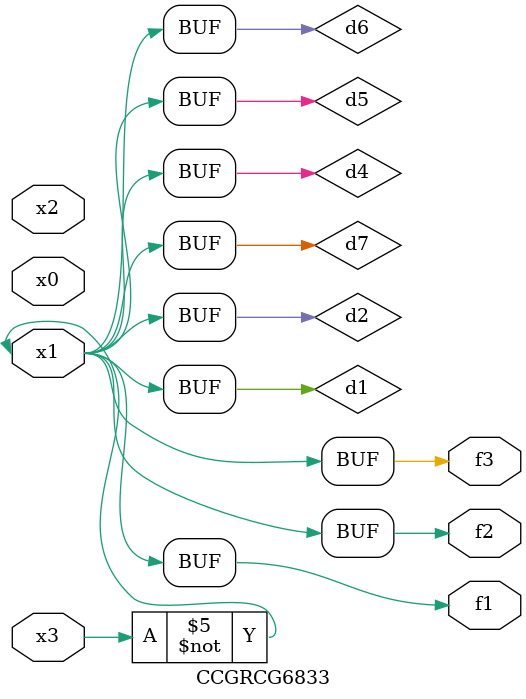
<source format=v>
module CCGRCG6833(
	input x0, x1, x2, x3,
	output f1, f2, f3
);

	wire d1, d2, d3, d4, d5, d6, d7;

	not (d1, x3);
	buf (d2, x1);
	xnor (d3, d1, d2);
	nor (d4, d1);
	buf (d5, d1, d2);
	buf (d6, d4, d5);
	nand (d7, d4);
	assign f1 = d6;
	assign f2 = d7;
	assign f3 = d6;
endmodule

</source>
